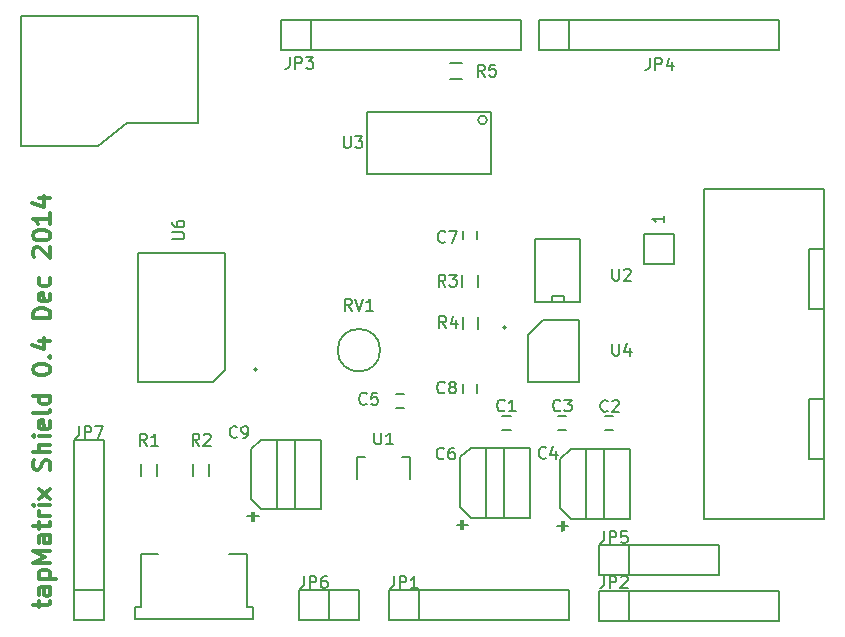
<source format=gto>
G04 #@! TF.FileFunction,Legend,Top*
%FSLAX46Y46*%
G04 Gerber Fmt 4.6, Leading zero omitted, Abs format (unit mm)*
G04 Created by KiCad (PCBNEW (2014-12-28 BZR 5260)-product) date Monday, January 05, 2015 'AMt' 10:18:13 AM*
%MOMM*%
G01*
G04 APERTURE LIST*
%ADD10C,0.152400*%
%ADD11C,0.300000*%
%ADD12C,0.150000*%
%ADD13C,0.127000*%
%ADD14C,0.203200*%
G04 APERTURE END LIST*
D10*
D11*
X132901571Y-137352284D02*
X132901571Y-136780855D01*
X132401571Y-137137998D02*
X133687286Y-137137998D01*
X133830143Y-137066570D01*
X133901571Y-136923712D01*
X133901571Y-136780855D01*
X133901571Y-135637998D02*
X133115857Y-135637998D01*
X132973000Y-135709427D01*
X132901571Y-135852284D01*
X132901571Y-136137998D01*
X132973000Y-136280855D01*
X133830143Y-135637998D02*
X133901571Y-135780855D01*
X133901571Y-136137998D01*
X133830143Y-136280855D01*
X133687286Y-136352284D01*
X133544429Y-136352284D01*
X133401571Y-136280855D01*
X133330143Y-136137998D01*
X133330143Y-135780855D01*
X133258714Y-135637998D01*
X132901571Y-134923712D02*
X134401571Y-134923712D01*
X132973000Y-134923712D02*
X132901571Y-134780855D01*
X132901571Y-134495141D01*
X132973000Y-134352284D01*
X133044429Y-134280855D01*
X133187286Y-134209426D01*
X133615857Y-134209426D01*
X133758714Y-134280855D01*
X133830143Y-134352284D01*
X133901571Y-134495141D01*
X133901571Y-134780855D01*
X133830143Y-134923712D01*
X133901571Y-133566569D02*
X132401571Y-133566569D01*
X133473000Y-133066569D01*
X132401571Y-132566569D01*
X133901571Y-132566569D01*
X133901571Y-131209426D02*
X133115857Y-131209426D01*
X132973000Y-131280855D01*
X132901571Y-131423712D01*
X132901571Y-131709426D01*
X132973000Y-131852283D01*
X133830143Y-131209426D02*
X133901571Y-131352283D01*
X133901571Y-131709426D01*
X133830143Y-131852283D01*
X133687286Y-131923712D01*
X133544429Y-131923712D01*
X133401571Y-131852283D01*
X133330143Y-131709426D01*
X133330143Y-131352283D01*
X133258714Y-131209426D01*
X132901571Y-130709426D02*
X132901571Y-130137997D01*
X132401571Y-130495140D02*
X133687286Y-130495140D01*
X133830143Y-130423712D01*
X133901571Y-130280854D01*
X133901571Y-130137997D01*
X133901571Y-129637997D02*
X132901571Y-129637997D01*
X133187286Y-129637997D02*
X133044429Y-129566569D01*
X132973000Y-129495140D01*
X132901571Y-129352283D01*
X132901571Y-129209426D01*
X133901571Y-128709426D02*
X132901571Y-128709426D01*
X132401571Y-128709426D02*
X132473000Y-128780855D01*
X132544429Y-128709426D01*
X132473000Y-128637998D01*
X132401571Y-128709426D01*
X132544429Y-128709426D01*
X133901571Y-128137997D02*
X132901571Y-127352283D01*
X132901571Y-128137997D02*
X133901571Y-127352283D01*
X133830143Y-125709426D02*
X133901571Y-125495140D01*
X133901571Y-125137997D01*
X133830143Y-124995140D01*
X133758714Y-124923711D01*
X133615857Y-124852283D01*
X133473000Y-124852283D01*
X133330143Y-124923711D01*
X133258714Y-124995140D01*
X133187286Y-125137997D01*
X133115857Y-125423711D01*
X133044429Y-125566569D01*
X132973000Y-125637997D01*
X132830143Y-125709426D01*
X132687286Y-125709426D01*
X132544429Y-125637997D01*
X132473000Y-125566569D01*
X132401571Y-125423711D01*
X132401571Y-125066569D01*
X132473000Y-124852283D01*
X133901571Y-124209426D02*
X132401571Y-124209426D01*
X133901571Y-123566569D02*
X133115857Y-123566569D01*
X132973000Y-123637998D01*
X132901571Y-123780855D01*
X132901571Y-123995140D01*
X132973000Y-124137998D01*
X133044429Y-124209426D01*
X133901571Y-122852283D02*
X132901571Y-122852283D01*
X132401571Y-122852283D02*
X132473000Y-122923712D01*
X132544429Y-122852283D01*
X132473000Y-122780855D01*
X132401571Y-122852283D01*
X132544429Y-122852283D01*
X133830143Y-121566569D02*
X133901571Y-121709426D01*
X133901571Y-121995140D01*
X133830143Y-122137997D01*
X133687286Y-122209426D01*
X133115857Y-122209426D01*
X132973000Y-122137997D01*
X132901571Y-121995140D01*
X132901571Y-121709426D01*
X132973000Y-121566569D01*
X133115857Y-121495140D01*
X133258714Y-121495140D01*
X133401571Y-122209426D01*
X133901571Y-120637997D02*
X133830143Y-120780855D01*
X133687286Y-120852283D01*
X132401571Y-120852283D01*
X133901571Y-119423712D02*
X132401571Y-119423712D01*
X133830143Y-119423712D02*
X133901571Y-119566569D01*
X133901571Y-119852283D01*
X133830143Y-119995141D01*
X133758714Y-120066569D01*
X133615857Y-120137998D01*
X133187286Y-120137998D01*
X133044429Y-120066569D01*
X132973000Y-119995141D01*
X132901571Y-119852283D01*
X132901571Y-119566569D01*
X132973000Y-119423712D01*
X132401571Y-117280855D02*
X132401571Y-117137998D01*
X132473000Y-116995141D01*
X132544429Y-116923712D01*
X132687286Y-116852283D01*
X132973000Y-116780855D01*
X133330143Y-116780855D01*
X133615857Y-116852283D01*
X133758714Y-116923712D01*
X133830143Y-116995141D01*
X133901571Y-117137998D01*
X133901571Y-117280855D01*
X133830143Y-117423712D01*
X133758714Y-117495141D01*
X133615857Y-117566569D01*
X133330143Y-117637998D01*
X132973000Y-117637998D01*
X132687286Y-117566569D01*
X132544429Y-117495141D01*
X132473000Y-117423712D01*
X132401571Y-117280855D01*
X133758714Y-116137998D02*
X133830143Y-116066570D01*
X133901571Y-116137998D01*
X133830143Y-116209427D01*
X133758714Y-116137998D01*
X133901571Y-116137998D01*
X132901571Y-114780855D02*
X133901571Y-114780855D01*
X132330143Y-115137998D02*
X133401571Y-115495141D01*
X133401571Y-114566569D01*
X133901571Y-112852284D02*
X132401571Y-112852284D01*
X132401571Y-112495141D01*
X132473000Y-112280856D01*
X132615857Y-112137998D01*
X132758714Y-112066570D01*
X133044429Y-111995141D01*
X133258714Y-111995141D01*
X133544429Y-112066570D01*
X133687286Y-112137998D01*
X133830143Y-112280856D01*
X133901571Y-112495141D01*
X133901571Y-112852284D01*
X133830143Y-110780856D02*
X133901571Y-110923713D01*
X133901571Y-111209427D01*
X133830143Y-111352284D01*
X133687286Y-111423713D01*
X133115857Y-111423713D01*
X132973000Y-111352284D01*
X132901571Y-111209427D01*
X132901571Y-110923713D01*
X132973000Y-110780856D01*
X133115857Y-110709427D01*
X133258714Y-110709427D01*
X133401571Y-111423713D01*
X133830143Y-109423713D02*
X133901571Y-109566570D01*
X133901571Y-109852284D01*
X133830143Y-109995142D01*
X133758714Y-110066570D01*
X133615857Y-110137999D01*
X133187286Y-110137999D01*
X133044429Y-110066570D01*
X132973000Y-109995142D01*
X132901571Y-109852284D01*
X132901571Y-109566570D01*
X132973000Y-109423713D01*
X132544429Y-107709428D02*
X132473000Y-107637999D01*
X132401571Y-107495142D01*
X132401571Y-107137999D01*
X132473000Y-106995142D01*
X132544429Y-106923713D01*
X132687286Y-106852285D01*
X132830143Y-106852285D01*
X133044429Y-106923713D01*
X133901571Y-107780856D01*
X133901571Y-106852285D01*
X132401571Y-105923714D02*
X132401571Y-105780857D01*
X132473000Y-105638000D01*
X132544429Y-105566571D01*
X132687286Y-105495142D01*
X132973000Y-105423714D01*
X133330143Y-105423714D01*
X133615857Y-105495142D01*
X133758714Y-105566571D01*
X133830143Y-105638000D01*
X133901571Y-105780857D01*
X133901571Y-105923714D01*
X133830143Y-106066571D01*
X133758714Y-106138000D01*
X133615857Y-106209428D01*
X133330143Y-106280857D01*
X132973000Y-106280857D01*
X132687286Y-106209428D01*
X132544429Y-106138000D01*
X132473000Y-106066571D01*
X132401571Y-105923714D01*
X133901571Y-103995143D02*
X133901571Y-104852286D01*
X133901571Y-104423714D02*
X132401571Y-104423714D01*
X132615857Y-104566571D01*
X132758714Y-104709429D01*
X132830143Y-104852286D01*
X132901571Y-102709429D02*
X133901571Y-102709429D01*
X132330143Y-103066572D02*
X133401571Y-103423715D01*
X133401571Y-102495143D01*
D12*
X146413500Y-87296500D02*
X131413500Y-87296500D01*
X131413500Y-87296500D02*
X131413500Y-98296500D01*
X131413500Y-98296500D02*
X137913500Y-98296500D01*
X137913500Y-98296500D02*
X140413500Y-96296500D01*
X140413500Y-96296500D02*
X146413500Y-96296500D01*
X146413500Y-96296500D02*
X146413500Y-87296500D01*
X199390000Y-112077500D02*
X198120000Y-112077500D01*
X198120000Y-112077500D02*
X198120000Y-106997500D01*
X198120000Y-106997500D02*
X199390000Y-106997500D01*
X199390000Y-124777500D02*
X198120000Y-124777500D01*
X198120000Y-124777500D02*
X198120000Y-119697500D01*
X198120000Y-119697500D02*
X199390000Y-119697500D01*
X199390000Y-129857500D02*
X199390000Y-101917500D01*
X199390000Y-101917500D02*
X189230000Y-101917500D01*
X199390000Y-129857500D02*
X189230000Y-129857500D01*
X189230000Y-129857500D02*
X189230000Y-101917500D01*
X184150000Y-108267500D02*
X186690000Y-108267500D01*
X186690000Y-108267500D02*
X186690000Y-105727500D01*
X186690000Y-105727500D02*
X184150000Y-105727500D01*
X184150000Y-105727500D02*
X184150000Y-108267500D01*
X177186000Y-130846000D02*
X177186000Y-130046000D01*
X177586000Y-130446000D02*
X176786000Y-130446000D01*
X176786000Y-130446000D02*
X177586000Y-130446000D01*
X179286000Y-123946000D02*
X177986000Y-123946000D01*
X177986000Y-123946000D02*
X177086000Y-124746000D01*
X177086000Y-124746000D02*
X177086000Y-128946000D01*
X179286000Y-129846000D02*
X177986000Y-129846000D01*
X177986000Y-129846000D02*
X177086000Y-128946000D01*
X180786000Y-129846000D02*
X179286000Y-129846000D01*
X179286000Y-129846000D02*
X179286000Y-123946000D01*
X179286000Y-123946000D02*
X180786000Y-123946000D01*
X182986000Y-123946000D02*
X182986000Y-129846000D01*
X182986000Y-129846000D02*
X180786000Y-129846000D01*
X180786000Y-129846000D02*
X180786000Y-123946000D01*
X180786000Y-123946000D02*
X182986000Y-123946000D01*
X168702400Y-130744400D02*
X168702400Y-129944400D01*
X169102400Y-130344400D02*
X168302400Y-130344400D01*
X168302400Y-130344400D02*
X169102400Y-130344400D01*
X170802400Y-123844400D02*
X169502400Y-123844400D01*
X169502400Y-123844400D02*
X168602400Y-124644400D01*
X168602400Y-124644400D02*
X168602400Y-128844400D01*
X170802400Y-129744400D02*
X169502400Y-129744400D01*
X169502400Y-129744400D02*
X168602400Y-128844400D01*
X172302400Y-129744400D02*
X170802400Y-129744400D01*
X170802400Y-129744400D02*
X170802400Y-123844400D01*
X170802400Y-123844400D02*
X172302400Y-123844400D01*
X174502400Y-123844400D02*
X174502400Y-129744400D01*
X174502400Y-129744400D02*
X172302400Y-129744400D01*
X172302400Y-129744400D02*
X172302400Y-123844400D01*
X172302400Y-123844400D02*
X174502400Y-123844400D01*
X150973200Y-130033200D02*
X150973200Y-129233200D01*
X151373200Y-129633200D02*
X150573200Y-129633200D01*
X150573200Y-129633200D02*
X151373200Y-129633200D01*
X153073200Y-123133200D02*
X151773200Y-123133200D01*
X151773200Y-123133200D02*
X150873200Y-123933200D01*
X150873200Y-123933200D02*
X150873200Y-128133200D01*
X153073200Y-129033200D02*
X151773200Y-129033200D01*
X151773200Y-129033200D02*
X150873200Y-128133200D01*
X154573200Y-129033200D02*
X153073200Y-129033200D01*
X153073200Y-129033200D02*
X153073200Y-123133200D01*
X153073200Y-123133200D02*
X154573200Y-123133200D01*
X156773200Y-123133200D02*
X156773200Y-129033200D01*
X156773200Y-129033200D02*
X154573200Y-129033200D01*
X154573200Y-129033200D02*
X154573200Y-123133200D01*
X154573200Y-123133200D02*
X156773200Y-123133200D01*
X172866800Y-122316800D02*
X172166800Y-122316800D01*
X172166800Y-121116800D02*
X172866800Y-121116800D01*
X180853600Y-121116800D02*
X181553600Y-121116800D01*
X181553600Y-122316800D02*
X180853600Y-122316800D01*
X163124400Y-119237200D02*
X163824400Y-119237200D01*
X163824400Y-120437200D02*
X163124400Y-120437200D01*
X170018000Y-118458500D02*
X170018000Y-119158500D01*
X168818000Y-119158500D02*
X168818000Y-118458500D01*
X170018000Y-105441000D02*
X170018000Y-106141000D01*
X168818000Y-106141000D02*
X168818000Y-105441000D01*
X142915000Y-125230000D02*
X142915000Y-126230000D01*
X141565000Y-126230000D02*
X141565000Y-125230000D01*
X147360000Y-125230000D02*
X147360000Y-126230000D01*
X146010000Y-126230000D02*
X146010000Y-125230000D01*
X170093000Y-109228000D02*
X170093000Y-110228000D01*
X168743000Y-110228000D02*
X168743000Y-109228000D01*
X170143800Y-112733200D02*
X170143800Y-113733200D01*
X168793800Y-113733200D02*
X168793800Y-112733200D01*
X167711500Y-91273000D02*
X168711500Y-91273000D01*
X168711500Y-92623000D02*
X167711500Y-92623000D01*
X155956000Y-87630000D02*
X173736000Y-87630000D01*
X173736000Y-87630000D02*
X173736000Y-90170000D01*
X173736000Y-90170000D02*
X155956000Y-90170000D01*
X153416000Y-87630000D02*
X155956000Y-87630000D01*
X155956000Y-87630000D02*
X155956000Y-90170000D01*
X153416000Y-87630000D02*
X153416000Y-90170000D01*
X153416000Y-90170000D02*
X155956000Y-90170000D01*
X182880000Y-134620000D02*
X190500000Y-134620000D01*
X182880000Y-132080000D02*
X190500000Y-132080000D01*
X180340000Y-132080000D02*
X182880000Y-132080000D01*
X190500000Y-134620000D02*
X190500000Y-132080000D01*
X182880000Y-132080000D02*
X182880000Y-134620000D01*
X180340000Y-132080000D02*
X180340000Y-134620000D01*
X180340000Y-134620000D02*
X182880000Y-134620000D01*
X157480000Y-135890000D02*
X157480000Y-138430000D01*
X154940000Y-135890000D02*
X154940000Y-138430000D01*
X154940000Y-138430000D02*
X157480000Y-138430000D01*
X157480000Y-138430000D02*
X160020000Y-138430000D01*
X160020000Y-138430000D02*
X160020000Y-135890000D01*
X160020000Y-135890000D02*
X154940000Y-135890000D01*
X165100000Y-135890000D02*
X177800000Y-135890000D01*
X177800000Y-135890000D02*
X177800000Y-138430000D01*
X177800000Y-138430000D02*
X165100000Y-138430000D01*
X162560000Y-135890000D02*
X165100000Y-135890000D01*
X165100000Y-135890000D02*
X165100000Y-138430000D01*
X162560000Y-135890000D02*
X162560000Y-138430000D01*
X162560000Y-138430000D02*
X165100000Y-138430000D01*
X182880000Y-135953500D02*
X195580000Y-135953500D01*
X195580000Y-135953500D02*
X195580000Y-138493500D01*
X195580000Y-138493500D02*
X182880000Y-138493500D01*
X180340000Y-135953500D02*
X182880000Y-135953500D01*
X182880000Y-135953500D02*
X182880000Y-138493500D01*
X180340000Y-135953500D02*
X180340000Y-138493500D01*
X180340000Y-138493500D02*
X182880000Y-138493500D01*
D13*
X178625500Y-111506000D02*
X178752500Y-111506000D01*
X178752500Y-111506000D02*
X178752500Y-106172000D01*
X174942500Y-106172000D02*
X174942500Y-111506000D01*
X174942500Y-111506000D02*
X178625500Y-111506000D01*
X176339500Y-111506000D02*
X176339500Y-110998000D01*
X176339500Y-110998000D02*
X177355500Y-110998000D01*
X177355500Y-110998000D02*
X177355500Y-111506000D01*
X174942500Y-106172000D02*
X178752500Y-106172000D01*
D12*
X170846555Y-96079000D02*
G75*
G03X170846555Y-96079000I-360555J0D01*
G01*
X171186000Y-95379000D02*
X171186000Y-100679000D01*
X171186000Y-100679000D02*
X160686000Y-100679000D01*
X160686000Y-100679000D02*
X160686000Y-95379000D01*
X160686000Y-95379000D02*
X171186000Y-95379000D01*
X176840400Y-121116800D02*
X177540400Y-121116800D01*
X177540400Y-122316800D02*
X176840400Y-122316800D01*
X159852360Y-124632720D02*
X159852360Y-126433580D01*
X159852360Y-124632720D02*
X160502600Y-124632720D01*
X164353240Y-124632720D02*
X164353240Y-126433580D01*
X164353240Y-124632720D02*
X163703000Y-124632720D01*
X177800000Y-87630000D02*
X195580000Y-87630000D01*
X195580000Y-87630000D02*
X195580000Y-90170000D01*
X195580000Y-90170000D02*
X177800000Y-90170000D01*
X175260000Y-87630000D02*
X177800000Y-87630000D01*
X177800000Y-87630000D02*
X177800000Y-90170000D01*
X175260000Y-87630000D02*
X175260000Y-90170000D01*
X175260000Y-90170000D02*
X177800000Y-90170000D01*
X135890000Y-135890000D02*
X135890000Y-123190000D01*
X135890000Y-123190000D02*
X138430000Y-123190000D01*
X138430000Y-123190000D02*
X138430000Y-135890000D01*
X135890000Y-138430000D02*
X135890000Y-135890000D01*
X135890000Y-135890000D02*
X138430000Y-135890000D01*
X135890000Y-138430000D02*
X138430000Y-138430000D01*
X138430000Y-138430000D02*
X138430000Y-135890000D01*
X143050000Y-132850000D02*
X141550000Y-132850000D01*
X141550000Y-132850000D02*
X141550000Y-137350000D01*
X141550000Y-137350000D02*
X141050000Y-137350000D01*
X141050000Y-137350000D02*
X141050000Y-138350000D01*
X141050000Y-138350000D02*
X146050000Y-138350000D01*
X149050000Y-132850000D02*
X150550000Y-132850000D01*
X150550000Y-132850000D02*
X150550000Y-137350000D01*
X146050000Y-138350000D02*
X151050000Y-138350000D01*
X151050000Y-138350000D02*
X151050000Y-137350000D01*
X151050000Y-137350000D02*
X150550000Y-137350000D01*
X161820000Y-115570000D02*
G75*
G03X161820000Y-115570000I-1800000J0D01*
G01*
X172466000Y-113665000D02*
G75*
G03X172466000Y-113665000I-127000J0D01*
G01*
X175641000Y-113030000D02*
X178689000Y-113030000D01*
X174371000Y-114300000D02*
X175641000Y-113030000D01*
X174371000Y-118237000D02*
X174371000Y-114300000D01*
X178689000Y-118237000D02*
X174371000Y-118237000D01*
X178689000Y-113030000D02*
X178689000Y-118237000D01*
X151384000Y-117221000D02*
G75*
G03X151384000Y-117221000I-127000J0D01*
G01*
X147701000Y-118237000D02*
X148717000Y-117221000D01*
X148717000Y-117221000D02*
X148717000Y-107315000D01*
X148717000Y-107315000D02*
X141351000Y-107315000D01*
X141351000Y-107315000D02*
X141351000Y-118237000D01*
X141351000Y-118237000D02*
X147701000Y-118237000D01*
X185872381Y-104171785D02*
X185872381Y-104743214D01*
X185872381Y-104457500D02*
X184872381Y-104457500D01*
X185015238Y-104552738D01*
X185110476Y-104647976D01*
X185158095Y-104743214D01*
X175855334Y-124664743D02*
X175807715Y-124712362D01*
X175664858Y-124759981D01*
X175569620Y-124759981D01*
X175426762Y-124712362D01*
X175331524Y-124617124D01*
X175283905Y-124521886D01*
X175236286Y-124331410D01*
X175236286Y-124188552D01*
X175283905Y-123998076D01*
X175331524Y-123902838D01*
X175426762Y-123807600D01*
X175569620Y-123759981D01*
X175664858Y-123759981D01*
X175807715Y-123807600D01*
X175855334Y-123855219D01*
X176712477Y-124093314D02*
X176712477Y-124759981D01*
X176474381Y-123712362D02*
X176236286Y-124426648D01*
X176855334Y-124426648D01*
X177357429Y-130826952D02*
X177357429Y-130065047D01*
X177738381Y-130445999D02*
X176976476Y-130445999D01*
X167219334Y-124715543D02*
X167171715Y-124763162D01*
X167028858Y-124810781D01*
X166933620Y-124810781D01*
X166790762Y-124763162D01*
X166695524Y-124667924D01*
X166647905Y-124572686D01*
X166600286Y-124382210D01*
X166600286Y-124239352D01*
X166647905Y-124048876D01*
X166695524Y-123953638D01*
X166790762Y-123858400D01*
X166933620Y-123810781D01*
X167028858Y-123810781D01*
X167171715Y-123858400D01*
X167219334Y-123906019D01*
X168076477Y-123810781D02*
X167886000Y-123810781D01*
X167790762Y-123858400D01*
X167743143Y-123906019D01*
X167647905Y-124048876D01*
X167600286Y-124239352D01*
X167600286Y-124620305D01*
X167647905Y-124715543D01*
X167695524Y-124763162D01*
X167790762Y-124810781D01*
X167981239Y-124810781D01*
X168076477Y-124763162D01*
X168124096Y-124715543D01*
X168171715Y-124620305D01*
X168171715Y-124382210D01*
X168124096Y-124286971D01*
X168076477Y-124239352D01*
X167981239Y-124191733D01*
X167790762Y-124191733D01*
X167695524Y-124239352D01*
X167647905Y-124286971D01*
X167600286Y-124382210D01*
X168873829Y-130725352D02*
X168873829Y-129963447D01*
X169254781Y-130344399D02*
X168492876Y-130344399D01*
X149693334Y-122912143D02*
X149645715Y-122959762D01*
X149502858Y-123007381D01*
X149407620Y-123007381D01*
X149264762Y-122959762D01*
X149169524Y-122864524D01*
X149121905Y-122769286D01*
X149074286Y-122578810D01*
X149074286Y-122435952D01*
X149121905Y-122245476D01*
X149169524Y-122150238D01*
X149264762Y-122055000D01*
X149407620Y-122007381D01*
X149502858Y-122007381D01*
X149645715Y-122055000D01*
X149693334Y-122102619D01*
X150169524Y-123007381D02*
X150360000Y-123007381D01*
X150455239Y-122959762D01*
X150502858Y-122912143D01*
X150598096Y-122769286D01*
X150645715Y-122578810D01*
X150645715Y-122197857D01*
X150598096Y-122102619D01*
X150550477Y-122055000D01*
X150455239Y-122007381D01*
X150264762Y-122007381D01*
X150169524Y-122055000D01*
X150121905Y-122102619D01*
X150074286Y-122197857D01*
X150074286Y-122435952D01*
X150121905Y-122531190D01*
X150169524Y-122578810D01*
X150264762Y-122626429D01*
X150455239Y-122626429D01*
X150550477Y-122578810D01*
X150598096Y-122531190D01*
X150645715Y-122435952D01*
X151144629Y-130014152D02*
X151144629Y-129252247D01*
X151525581Y-129633199D02*
X150763676Y-129633199D01*
X172350134Y-120651543D02*
X172302515Y-120699162D01*
X172159658Y-120746781D01*
X172064420Y-120746781D01*
X171921562Y-120699162D01*
X171826324Y-120603924D01*
X171778705Y-120508686D01*
X171731086Y-120318210D01*
X171731086Y-120175352D01*
X171778705Y-119984876D01*
X171826324Y-119889638D01*
X171921562Y-119794400D01*
X172064420Y-119746781D01*
X172159658Y-119746781D01*
X172302515Y-119794400D01*
X172350134Y-119842019D01*
X173302515Y-120746781D02*
X172731086Y-120746781D01*
X173016800Y-120746781D02*
X173016800Y-119746781D01*
X172921562Y-119889638D01*
X172826324Y-119984876D01*
X172731086Y-120032495D01*
X181087734Y-120702343D02*
X181040115Y-120749962D01*
X180897258Y-120797581D01*
X180802020Y-120797581D01*
X180659162Y-120749962D01*
X180563924Y-120654724D01*
X180516305Y-120559486D01*
X180468686Y-120369010D01*
X180468686Y-120226152D01*
X180516305Y-120035676D01*
X180563924Y-119940438D01*
X180659162Y-119845200D01*
X180802020Y-119797581D01*
X180897258Y-119797581D01*
X181040115Y-119845200D01*
X181087734Y-119892819D01*
X181468686Y-119892819D02*
X181516305Y-119845200D01*
X181611543Y-119797581D01*
X181849639Y-119797581D01*
X181944877Y-119845200D01*
X181992496Y-119892819D01*
X182040115Y-119988057D01*
X182040115Y-120083295D01*
X181992496Y-120226152D01*
X181421067Y-120797581D01*
X182040115Y-120797581D01*
X160666134Y-120092743D02*
X160618515Y-120140362D01*
X160475658Y-120187981D01*
X160380420Y-120187981D01*
X160237562Y-120140362D01*
X160142324Y-120045124D01*
X160094705Y-119949886D01*
X160047086Y-119759410D01*
X160047086Y-119616552D01*
X160094705Y-119426076D01*
X160142324Y-119330838D01*
X160237562Y-119235600D01*
X160380420Y-119187981D01*
X160475658Y-119187981D01*
X160618515Y-119235600D01*
X160666134Y-119283219D01*
X161570896Y-119187981D02*
X161094705Y-119187981D01*
X161047086Y-119664171D01*
X161094705Y-119616552D01*
X161189943Y-119568933D01*
X161428039Y-119568933D01*
X161523277Y-119616552D01*
X161570896Y-119664171D01*
X161618515Y-119759410D01*
X161618515Y-119997505D01*
X161570896Y-120092743D01*
X161523277Y-120140362D01*
X161428039Y-120187981D01*
X161189943Y-120187981D01*
X161094705Y-120140362D01*
X161047086Y-120092743D01*
X167270134Y-119127543D02*
X167222515Y-119175162D01*
X167079658Y-119222781D01*
X166984420Y-119222781D01*
X166841562Y-119175162D01*
X166746324Y-119079924D01*
X166698705Y-118984686D01*
X166651086Y-118794210D01*
X166651086Y-118651352D01*
X166698705Y-118460876D01*
X166746324Y-118365638D01*
X166841562Y-118270400D01*
X166984420Y-118222781D01*
X167079658Y-118222781D01*
X167222515Y-118270400D01*
X167270134Y-118318019D01*
X167841562Y-118651352D02*
X167746324Y-118603733D01*
X167698705Y-118556114D01*
X167651086Y-118460876D01*
X167651086Y-118413257D01*
X167698705Y-118318019D01*
X167746324Y-118270400D01*
X167841562Y-118222781D01*
X168032039Y-118222781D01*
X168127277Y-118270400D01*
X168174896Y-118318019D01*
X168222515Y-118413257D01*
X168222515Y-118460876D01*
X168174896Y-118556114D01*
X168127277Y-118603733D01*
X168032039Y-118651352D01*
X167841562Y-118651352D01*
X167746324Y-118698971D01*
X167698705Y-118746590D01*
X167651086Y-118841829D01*
X167651086Y-119032305D01*
X167698705Y-119127543D01*
X167746324Y-119175162D01*
X167841562Y-119222781D01*
X168032039Y-119222781D01*
X168127277Y-119175162D01*
X168174896Y-119127543D01*
X168222515Y-119032305D01*
X168222515Y-118841829D01*
X168174896Y-118746590D01*
X168127277Y-118698971D01*
X168032039Y-118651352D01*
X167320934Y-106376743D02*
X167273315Y-106424362D01*
X167130458Y-106471981D01*
X167035220Y-106471981D01*
X166892362Y-106424362D01*
X166797124Y-106329124D01*
X166749505Y-106233886D01*
X166701886Y-106043410D01*
X166701886Y-105900552D01*
X166749505Y-105710076D01*
X166797124Y-105614838D01*
X166892362Y-105519600D01*
X167035220Y-105471981D01*
X167130458Y-105471981D01*
X167273315Y-105519600D01*
X167320934Y-105567219D01*
X167654267Y-105471981D02*
X168320934Y-105471981D01*
X167892362Y-106471981D01*
X142073334Y-123642381D02*
X141740000Y-123166190D01*
X141501905Y-123642381D02*
X141501905Y-122642381D01*
X141882858Y-122642381D01*
X141978096Y-122690000D01*
X142025715Y-122737619D01*
X142073334Y-122832857D01*
X142073334Y-122975714D01*
X142025715Y-123070952D01*
X141978096Y-123118571D01*
X141882858Y-123166190D01*
X141501905Y-123166190D01*
X143025715Y-123642381D02*
X142454286Y-123642381D01*
X142740000Y-123642381D02*
X142740000Y-122642381D01*
X142644762Y-122785238D01*
X142549524Y-122880476D01*
X142454286Y-122928095D01*
X146518334Y-123642381D02*
X146185000Y-123166190D01*
X145946905Y-123642381D02*
X145946905Y-122642381D01*
X146327858Y-122642381D01*
X146423096Y-122690000D01*
X146470715Y-122737619D01*
X146518334Y-122832857D01*
X146518334Y-122975714D01*
X146470715Y-123070952D01*
X146423096Y-123118571D01*
X146327858Y-123166190D01*
X145946905Y-123166190D01*
X146899286Y-122737619D02*
X146946905Y-122690000D01*
X147042143Y-122642381D01*
X147280239Y-122642381D01*
X147375477Y-122690000D01*
X147423096Y-122737619D01*
X147470715Y-122832857D01*
X147470715Y-122928095D01*
X147423096Y-123070952D01*
X146851667Y-123642381D01*
X147470715Y-123642381D01*
X167351334Y-110180381D02*
X167018000Y-109704190D01*
X166779905Y-110180381D02*
X166779905Y-109180381D01*
X167160858Y-109180381D01*
X167256096Y-109228000D01*
X167303715Y-109275619D01*
X167351334Y-109370857D01*
X167351334Y-109513714D01*
X167303715Y-109608952D01*
X167256096Y-109656571D01*
X167160858Y-109704190D01*
X166779905Y-109704190D01*
X167684667Y-109180381D02*
X168303715Y-109180381D01*
X167970381Y-109561333D01*
X168113239Y-109561333D01*
X168208477Y-109608952D01*
X168256096Y-109656571D01*
X168303715Y-109751810D01*
X168303715Y-109989905D01*
X168256096Y-110085143D01*
X168208477Y-110132762D01*
X168113239Y-110180381D01*
X167827524Y-110180381D01*
X167732286Y-110132762D01*
X167684667Y-110085143D01*
X167402134Y-113685581D02*
X167068800Y-113209390D01*
X166830705Y-113685581D02*
X166830705Y-112685581D01*
X167211658Y-112685581D01*
X167306896Y-112733200D01*
X167354515Y-112780819D01*
X167402134Y-112876057D01*
X167402134Y-113018914D01*
X167354515Y-113114152D01*
X167306896Y-113161771D01*
X167211658Y-113209390D01*
X166830705Y-113209390D01*
X168259277Y-113018914D02*
X168259277Y-113685581D01*
X168021181Y-112637962D02*
X167783086Y-113352248D01*
X168402134Y-113352248D01*
X170673734Y-92400381D02*
X170340400Y-91924190D01*
X170102305Y-92400381D02*
X170102305Y-91400381D01*
X170483258Y-91400381D01*
X170578496Y-91448000D01*
X170626115Y-91495619D01*
X170673734Y-91590857D01*
X170673734Y-91733714D01*
X170626115Y-91828952D01*
X170578496Y-91876571D01*
X170483258Y-91924190D01*
X170102305Y-91924190D01*
X171578496Y-91400381D02*
X171102305Y-91400381D01*
X171054686Y-91876571D01*
X171102305Y-91828952D01*
X171197543Y-91781333D01*
X171435639Y-91781333D01*
X171530877Y-91828952D01*
X171578496Y-91876571D01*
X171626115Y-91971810D01*
X171626115Y-92209905D01*
X171578496Y-92305143D01*
X171530877Y-92352762D01*
X171435639Y-92400381D01*
X171197543Y-92400381D01*
X171102305Y-92352762D01*
X171054686Y-92305143D01*
X154157467Y-90739981D02*
X154157467Y-91454267D01*
X154109847Y-91597124D01*
X154014609Y-91692362D01*
X153871752Y-91739981D01*
X153776514Y-91739981D01*
X154633657Y-91739981D02*
X154633657Y-90739981D01*
X155014610Y-90739981D01*
X155109848Y-90787600D01*
X155157467Y-90835219D01*
X155205086Y-90930457D01*
X155205086Y-91073314D01*
X155157467Y-91168552D01*
X155109848Y-91216171D01*
X155014610Y-91263790D01*
X154633657Y-91263790D01*
X155538419Y-90739981D02*
X156157467Y-90739981D01*
X155824133Y-91120933D01*
X155966991Y-91120933D01*
X156062229Y-91168552D01*
X156109848Y-91216171D01*
X156157467Y-91311410D01*
X156157467Y-91549505D01*
X156109848Y-91644743D01*
X156062229Y-91692362D01*
X155966991Y-91739981D01*
X155681276Y-91739981D01*
X155586038Y-91692362D01*
X155538419Y-91644743D01*
X180776667Y-130897381D02*
X180776667Y-131611667D01*
X180729047Y-131754524D01*
X180633809Y-131849762D01*
X180490952Y-131897381D01*
X180395714Y-131897381D01*
X181252857Y-131897381D02*
X181252857Y-130897381D01*
X181633810Y-130897381D01*
X181729048Y-130945000D01*
X181776667Y-130992619D01*
X181824286Y-131087857D01*
X181824286Y-131230714D01*
X181776667Y-131325952D01*
X181729048Y-131373571D01*
X181633810Y-131421190D01*
X181252857Y-131421190D01*
X182729048Y-130897381D02*
X182252857Y-130897381D01*
X182205238Y-131373571D01*
X182252857Y-131325952D01*
X182348095Y-131278333D01*
X182586191Y-131278333D01*
X182681429Y-131325952D01*
X182729048Y-131373571D01*
X182776667Y-131468810D01*
X182776667Y-131706905D01*
X182729048Y-131802143D01*
X182681429Y-131849762D01*
X182586191Y-131897381D01*
X182348095Y-131897381D01*
X182252857Y-131849762D01*
X182205238Y-131802143D01*
X155376667Y-134707381D02*
X155376667Y-135421667D01*
X155329047Y-135564524D01*
X155233809Y-135659762D01*
X155090952Y-135707381D01*
X154995714Y-135707381D01*
X155852857Y-135707381D02*
X155852857Y-134707381D01*
X156233810Y-134707381D01*
X156329048Y-134755000D01*
X156376667Y-134802619D01*
X156424286Y-134897857D01*
X156424286Y-135040714D01*
X156376667Y-135135952D01*
X156329048Y-135183571D01*
X156233810Y-135231190D01*
X155852857Y-135231190D01*
X157281429Y-134707381D02*
X157090952Y-134707381D01*
X156995714Y-134755000D01*
X156948095Y-134802619D01*
X156852857Y-134945476D01*
X156805238Y-135135952D01*
X156805238Y-135516905D01*
X156852857Y-135612143D01*
X156900476Y-135659762D01*
X156995714Y-135707381D01*
X157186191Y-135707381D01*
X157281429Y-135659762D01*
X157329048Y-135612143D01*
X157376667Y-135516905D01*
X157376667Y-135278810D01*
X157329048Y-135183571D01*
X157281429Y-135135952D01*
X157186191Y-135088333D01*
X156995714Y-135088333D01*
X156900476Y-135135952D01*
X156852857Y-135183571D01*
X156805238Y-135278810D01*
X162996667Y-134707381D02*
X162996667Y-135421667D01*
X162949047Y-135564524D01*
X162853809Y-135659762D01*
X162710952Y-135707381D01*
X162615714Y-135707381D01*
X163472857Y-135707381D02*
X163472857Y-134707381D01*
X163853810Y-134707381D01*
X163949048Y-134755000D01*
X163996667Y-134802619D01*
X164044286Y-134897857D01*
X164044286Y-135040714D01*
X163996667Y-135135952D01*
X163949048Y-135183571D01*
X163853810Y-135231190D01*
X163472857Y-135231190D01*
X164996667Y-135707381D02*
X164425238Y-135707381D01*
X164710952Y-135707381D02*
X164710952Y-134707381D01*
X164615714Y-134850238D01*
X164520476Y-134945476D01*
X164425238Y-134993095D01*
X180776667Y-134707381D02*
X180776667Y-135421667D01*
X180729047Y-135564524D01*
X180633809Y-135659762D01*
X180490952Y-135707381D01*
X180395714Y-135707381D01*
X181252857Y-135707381D02*
X181252857Y-134707381D01*
X181633810Y-134707381D01*
X181729048Y-134755000D01*
X181776667Y-134802619D01*
X181824286Y-134897857D01*
X181824286Y-135040714D01*
X181776667Y-135135952D01*
X181729048Y-135183571D01*
X181633810Y-135231190D01*
X181252857Y-135231190D01*
X182205238Y-134802619D02*
X182252857Y-134755000D01*
X182348095Y-134707381D01*
X182586191Y-134707381D01*
X182681429Y-134755000D01*
X182729048Y-134802619D01*
X182776667Y-134897857D01*
X182776667Y-134993095D01*
X182729048Y-135135952D01*
X182157619Y-135707381D01*
X182776667Y-135707381D01*
X181483095Y-108672381D02*
X181483095Y-109481905D01*
X181530714Y-109577143D01*
X181578333Y-109624762D01*
X181673571Y-109672381D01*
X181864048Y-109672381D01*
X181959286Y-109624762D01*
X182006905Y-109577143D01*
X182054524Y-109481905D01*
X182054524Y-108672381D01*
X182483095Y-108767619D02*
X182530714Y-108720000D01*
X182625952Y-108672381D01*
X182864048Y-108672381D01*
X182959286Y-108720000D01*
X183006905Y-108767619D01*
X183054524Y-108862857D01*
X183054524Y-108958095D01*
X183006905Y-109100952D01*
X182435476Y-109672381D01*
X183054524Y-109672381D01*
X158750095Y-97445581D02*
X158750095Y-98255105D01*
X158797714Y-98350343D01*
X158845333Y-98397962D01*
X158940571Y-98445581D01*
X159131048Y-98445581D01*
X159226286Y-98397962D01*
X159273905Y-98350343D01*
X159321524Y-98255105D01*
X159321524Y-97445581D01*
X159702476Y-97445581D02*
X160321524Y-97445581D01*
X159988190Y-97826533D01*
X160131048Y-97826533D01*
X160226286Y-97874152D01*
X160273905Y-97921771D01*
X160321524Y-98017010D01*
X160321524Y-98255105D01*
X160273905Y-98350343D01*
X160226286Y-98397962D01*
X160131048Y-98445581D01*
X159845333Y-98445581D01*
X159750095Y-98397962D01*
X159702476Y-98350343D01*
X177074534Y-120651543D02*
X177026915Y-120699162D01*
X176884058Y-120746781D01*
X176788820Y-120746781D01*
X176645962Y-120699162D01*
X176550724Y-120603924D01*
X176503105Y-120508686D01*
X176455486Y-120318210D01*
X176455486Y-120175352D01*
X176503105Y-119984876D01*
X176550724Y-119889638D01*
X176645962Y-119794400D01*
X176788820Y-119746781D01*
X176884058Y-119746781D01*
X177026915Y-119794400D01*
X177074534Y-119842019D01*
X177407867Y-119746781D02*
X178026915Y-119746781D01*
X177693581Y-120127733D01*
X177836439Y-120127733D01*
X177931677Y-120175352D01*
X177979296Y-120222971D01*
X178026915Y-120318210D01*
X178026915Y-120556305D01*
X177979296Y-120651543D01*
X177931677Y-120699162D01*
X177836439Y-120746781D01*
X177550724Y-120746781D01*
X177455486Y-120699162D01*
X177407867Y-120651543D01*
X161340895Y-122540781D02*
X161340895Y-123350305D01*
X161388514Y-123445543D01*
X161436133Y-123493162D01*
X161531371Y-123540781D01*
X161721848Y-123540781D01*
X161817086Y-123493162D01*
X161864705Y-123445543D01*
X161912324Y-123350305D01*
X161912324Y-122540781D01*
X162912324Y-123540781D02*
X162340895Y-123540781D01*
X162626609Y-123540781D02*
X162626609Y-122540781D01*
X162531371Y-122683638D01*
X162436133Y-122778876D01*
X162340895Y-122826495D01*
D14*
X184637467Y-90841581D02*
X184637467Y-91555867D01*
X184589847Y-91698724D01*
X184494609Y-91793962D01*
X184351752Y-91841581D01*
X184256514Y-91841581D01*
X185113657Y-91841581D02*
X185113657Y-90841581D01*
X185494610Y-90841581D01*
X185589848Y-90889200D01*
X185637467Y-90936819D01*
X185685086Y-91032057D01*
X185685086Y-91174914D01*
X185637467Y-91270152D01*
X185589848Y-91317771D01*
X185494610Y-91365390D01*
X185113657Y-91365390D01*
X186542229Y-91174914D02*
X186542229Y-91841581D01*
X186304133Y-90793962D02*
X186066038Y-91508248D01*
X186685086Y-91508248D01*
X136326667Y-122007381D02*
X136326667Y-122721667D01*
X136279047Y-122864524D01*
X136183809Y-122959762D01*
X136040952Y-123007381D01*
X135945714Y-123007381D01*
X136802857Y-123007381D02*
X136802857Y-122007381D01*
X137183810Y-122007381D01*
X137279048Y-122055000D01*
X137326667Y-122102619D01*
X137374286Y-122197857D01*
X137374286Y-122340714D01*
X137326667Y-122435952D01*
X137279048Y-122483571D01*
X137183810Y-122531190D01*
X136802857Y-122531190D01*
X137707619Y-122007381D02*
X138374286Y-122007381D01*
X137945714Y-123007381D01*
D12*
X159424762Y-112212381D02*
X159091428Y-111736190D01*
X158853333Y-112212381D02*
X158853333Y-111212381D01*
X159234286Y-111212381D01*
X159329524Y-111260000D01*
X159377143Y-111307619D01*
X159424762Y-111402857D01*
X159424762Y-111545714D01*
X159377143Y-111640952D01*
X159329524Y-111688571D01*
X159234286Y-111736190D01*
X158853333Y-111736190D01*
X159710476Y-111212381D02*
X160043809Y-112212381D01*
X160377143Y-111212381D01*
X161234286Y-112212381D02*
X160662857Y-112212381D01*
X160948571Y-112212381D02*
X160948571Y-111212381D01*
X160853333Y-111355238D01*
X160758095Y-111450476D01*
X160662857Y-111498095D01*
X181483095Y-115022381D02*
X181483095Y-115831905D01*
X181530714Y-115927143D01*
X181578333Y-115974762D01*
X181673571Y-116022381D01*
X181864048Y-116022381D01*
X181959286Y-115974762D01*
X182006905Y-115927143D01*
X182054524Y-115831905D01*
X182054524Y-115022381D01*
X182959286Y-115355714D02*
X182959286Y-116022381D01*
X182721190Y-114974762D02*
X182483095Y-115689048D01*
X183102143Y-115689048D01*
X144232381Y-106171905D02*
X145041905Y-106171905D01*
X145137143Y-106124286D01*
X145184762Y-106076667D01*
X145232381Y-105981429D01*
X145232381Y-105790952D01*
X145184762Y-105695714D01*
X145137143Y-105648095D01*
X145041905Y-105600476D01*
X144232381Y-105600476D01*
X144232381Y-104695714D02*
X144232381Y-104886191D01*
X144280000Y-104981429D01*
X144327619Y-105029048D01*
X144470476Y-105124286D01*
X144660952Y-105171905D01*
X145041905Y-105171905D01*
X145137143Y-105124286D01*
X145184762Y-105076667D01*
X145232381Y-104981429D01*
X145232381Y-104790952D01*
X145184762Y-104695714D01*
X145137143Y-104648095D01*
X145041905Y-104600476D01*
X144803810Y-104600476D01*
X144708571Y-104648095D01*
X144660952Y-104695714D01*
X144613333Y-104790952D01*
X144613333Y-104981429D01*
X144660952Y-105076667D01*
X144708571Y-105124286D01*
X144803810Y-105171905D01*
M02*

</source>
